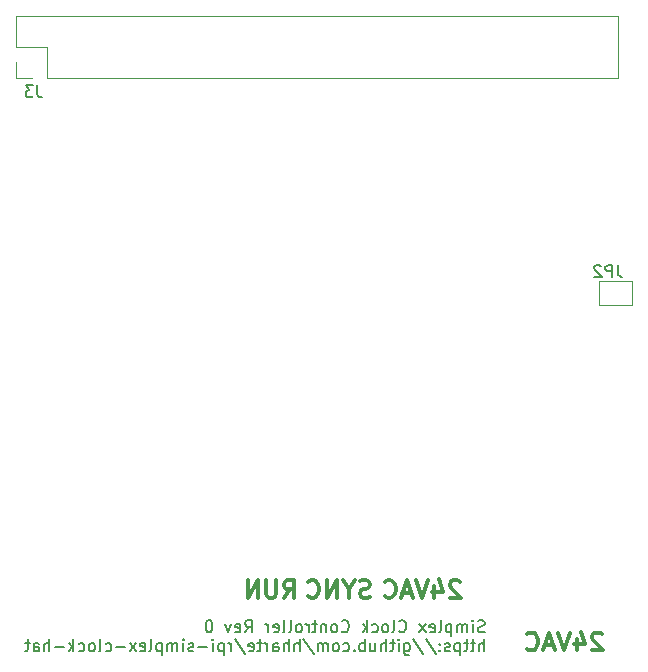
<source format=gbr>
G04 #@! TF.GenerationSoftware,KiCad,Pcbnew,7.0.10*
G04 #@! TF.CreationDate,2024-02-03T15:41:00-08:00*
G04 #@! TF.ProjectId,rpi-simplex-clock-hat,7270692d-7369-46d7-906c-65782d636c6f,0*
G04 #@! TF.SameCoordinates,Original*
G04 #@! TF.FileFunction,Legend,Bot*
G04 #@! TF.FilePolarity,Positive*
%FSLAX46Y46*%
G04 Gerber Fmt 4.6, Leading zero omitted, Abs format (unit mm)*
G04 Created by KiCad (PCBNEW 7.0.10) date 2024-02-03 15:41:00*
%MOMM*%
%LPD*%
G01*
G04 APERTURE LIST*
%ADD10C,0.300000*%
%ADD11C,0.150000*%
%ADD12C,0.120000*%
G04 APERTURE END LIST*
D10*
X136981917Y-94014400D02*
X136767632Y-94085828D01*
X136767632Y-94085828D02*
X136410489Y-94085828D01*
X136410489Y-94085828D02*
X136267632Y-94014400D01*
X136267632Y-94014400D02*
X136196203Y-93942971D01*
X136196203Y-93942971D02*
X136124774Y-93800114D01*
X136124774Y-93800114D02*
X136124774Y-93657257D01*
X136124774Y-93657257D02*
X136196203Y-93514400D01*
X136196203Y-93514400D02*
X136267632Y-93442971D01*
X136267632Y-93442971D02*
X136410489Y-93371542D01*
X136410489Y-93371542D02*
X136696203Y-93300114D01*
X136696203Y-93300114D02*
X136839060Y-93228685D01*
X136839060Y-93228685D02*
X136910489Y-93157257D01*
X136910489Y-93157257D02*
X136981917Y-93014400D01*
X136981917Y-93014400D02*
X136981917Y-92871542D01*
X136981917Y-92871542D02*
X136910489Y-92728685D01*
X136910489Y-92728685D02*
X136839060Y-92657257D01*
X136839060Y-92657257D02*
X136696203Y-92585828D01*
X136696203Y-92585828D02*
X136339060Y-92585828D01*
X136339060Y-92585828D02*
X136124774Y-92657257D01*
X135196203Y-93371542D02*
X135196203Y-94085828D01*
X135696203Y-92585828D02*
X135196203Y-93371542D01*
X135196203Y-93371542D02*
X134696203Y-92585828D01*
X134196204Y-94085828D02*
X134196204Y-92585828D01*
X134196204Y-92585828D02*
X133339061Y-94085828D01*
X133339061Y-94085828D02*
X133339061Y-92585828D01*
X131767632Y-93942971D02*
X131839060Y-94014400D01*
X131839060Y-94014400D02*
X132053346Y-94085828D01*
X132053346Y-94085828D02*
X132196203Y-94085828D01*
X132196203Y-94085828D02*
X132410489Y-94014400D01*
X132410489Y-94014400D02*
X132553346Y-93871542D01*
X132553346Y-93871542D02*
X132624775Y-93728685D01*
X132624775Y-93728685D02*
X132696203Y-93442971D01*
X132696203Y-93442971D02*
X132696203Y-93228685D01*
X132696203Y-93228685D02*
X132624775Y-92942971D01*
X132624775Y-92942971D02*
X132553346Y-92800114D01*
X132553346Y-92800114D02*
X132410489Y-92657257D01*
X132410489Y-92657257D02*
X132196203Y-92585828D01*
X132196203Y-92585828D02*
X132053346Y-92585828D01*
X132053346Y-92585828D02*
X131839060Y-92657257D01*
X131839060Y-92657257D02*
X131767632Y-92728685D01*
X156666917Y-97173685D02*
X156595489Y-97102257D01*
X156595489Y-97102257D02*
X156452632Y-97030828D01*
X156452632Y-97030828D02*
X156095489Y-97030828D01*
X156095489Y-97030828D02*
X155952632Y-97102257D01*
X155952632Y-97102257D02*
X155881203Y-97173685D01*
X155881203Y-97173685D02*
X155809774Y-97316542D01*
X155809774Y-97316542D02*
X155809774Y-97459400D01*
X155809774Y-97459400D02*
X155881203Y-97673685D01*
X155881203Y-97673685D02*
X156738346Y-98530828D01*
X156738346Y-98530828D02*
X155809774Y-98530828D01*
X154524061Y-97530828D02*
X154524061Y-98530828D01*
X154881203Y-96959400D02*
X155238346Y-98030828D01*
X155238346Y-98030828D02*
X154309775Y-98030828D01*
X153952632Y-97030828D02*
X153452632Y-98530828D01*
X153452632Y-98530828D02*
X152952632Y-97030828D01*
X152524061Y-98102257D02*
X151809776Y-98102257D01*
X152666918Y-98530828D02*
X152166918Y-97030828D01*
X152166918Y-97030828D02*
X151666918Y-98530828D01*
X150309776Y-98387971D02*
X150381204Y-98459400D01*
X150381204Y-98459400D02*
X150595490Y-98530828D01*
X150595490Y-98530828D02*
X150738347Y-98530828D01*
X150738347Y-98530828D02*
X150952633Y-98459400D01*
X150952633Y-98459400D02*
X151095490Y-98316542D01*
X151095490Y-98316542D02*
X151166919Y-98173685D01*
X151166919Y-98173685D02*
X151238347Y-97887971D01*
X151238347Y-97887971D02*
X151238347Y-97673685D01*
X151238347Y-97673685D02*
X151166919Y-97387971D01*
X151166919Y-97387971D02*
X151095490Y-97245114D01*
X151095490Y-97245114D02*
X150952633Y-97102257D01*
X150952633Y-97102257D02*
X150738347Y-97030828D01*
X150738347Y-97030828D02*
X150595490Y-97030828D01*
X150595490Y-97030828D02*
X150381204Y-97102257D01*
X150381204Y-97102257D02*
X150309776Y-97173685D01*
X144601917Y-92728685D02*
X144530489Y-92657257D01*
X144530489Y-92657257D02*
X144387632Y-92585828D01*
X144387632Y-92585828D02*
X144030489Y-92585828D01*
X144030489Y-92585828D02*
X143887632Y-92657257D01*
X143887632Y-92657257D02*
X143816203Y-92728685D01*
X143816203Y-92728685D02*
X143744774Y-92871542D01*
X143744774Y-92871542D02*
X143744774Y-93014400D01*
X143744774Y-93014400D02*
X143816203Y-93228685D01*
X143816203Y-93228685D02*
X144673346Y-94085828D01*
X144673346Y-94085828D02*
X143744774Y-94085828D01*
X142459061Y-93085828D02*
X142459061Y-94085828D01*
X142816203Y-92514400D02*
X143173346Y-93585828D01*
X143173346Y-93585828D02*
X142244775Y-93585828D01*
X141887632Y-92585828D02*
X141387632Y-94085828D01*
X141387632Y-94085828D02*
X140887632Y-92585828D01*
X140459061Y-93657257D02*
X139744776Y-93657257D01*
X140601918Y-94085828D02*
X140101918Y-92585828D01*
X140101918Y-92585828D02*
X139601918Y-94085828D01*
X138244776Y-93942971D02*
X138316204Y-94014400D01*
X138316204Y-94014400D02*
X138530490Y-94085828D01*
X138530490Y-94085828D02*
X138673347Y-94085828D01*
X138673347Y-94085828D02*
X138887633Y-94014400D01*
X138887633Y-94014400D02*
X139030490Y-93871542D01*
X139030490Y-93871542D02*
X139101919Y-93728685D01*
X139101919Y-93728685D02*
X139173347Y-93442971D01*
X139173347Y-93442971D02*
X139173347Y-93228685D01*
X139173347Y-93228685D02*
X139101919Y-92942971D01*
X139101919Y-92942971D02*
X139030490Y-92800114D01*
X139030490Y-92800114D02*
X138887633Y-92657257D01*
X138887633Y-92657257D02*
X138673347Y-92585828D01*
X138673347Y-92585828D02*
X138530490Y-92585828D01*
X138530490Y-92585828D02*
X138316204Y-92657257D01*
X138316204Y-92657257D02*
X138244776Y-92728685D01*
D11*
X146700839Y-96942200D02*
X146557982Y-96989819D01*
X146557982Y-96989819D02*
X146319887Y-96989819D01*
X146319887Y-96989819D02*
X146224649Y-96942200D01*
X146224649Y-96942200D02*
X146177030Y-96894580D01*
X146177030Y-96894580D02*
X146129411Y-96799342D01*
X146129411Y-96799342D02*
X146129411Y-96704104D01*
X146129411Y-96704104D02*
X146177030Y-96608866D01*
X146177030Y-96608866D02*
X146224649Y-96561247D01*
X146224649Y-96561247D02*
X146319887Y-96513628D01*
X146319887Y-96513628D02*
X146510363Y-96466009D01*
X146510363Y-96466009D02*
X146605601Y-96418390D01*
X146605601Y-96418390D02*
X146653220Y-96370771D01*
X146653220Y-96370771D02*
X146700839Y-96275533D01*
X146700839Y-96275533D02*
X146700839Y-96180295D01*
X146700839Y-96180295D02*
X146653220Y-96085057D01*
X146653220Y-96085057D02*
X146605601Y-96037438D01*
X146605601Y-96037438D02*
X146510363Y-95989819D01*
X146510363Y-95989819D02*
X146272268Y-95989819D01*
X146272268Y-95989819D02*
X146129411Y-96037438D01*
X145700839Y-96989819D02*
X145700839Y-96323152D01*
X145700839Y-95989819D02*
X145748458Y-96037438D01*
X145748458Y-96037438D02*
X145700839Y-96085057D01*
X145700839Y-96085057D02*
X145653220Y-96037438D01*
X145653220Y-96037438D02*
X145700839Y-95989819D01*
X145700839Y-95989819D02*
X145700839Y-96085057D01*
X145224649Y-96989819D02*
X145224649Y-96323152D01*
X145224649Y-96418390D02*
X145177030Y-96370771D01*
X145177030Y-96370771D02*
X145081792Y-96323152D01*
X145081792Y-96323152D02*
X144938935Y-96323152D01*
X144938935Y-96323152D02*
X144843697Y-96370771D01*
X144843697Y-96370771D02*
X144796078Y-96466009D01*
X144796078Y-96466009D02*
X144796078Y-96989819D01*
X144796078Y-96466009D02*
X144748459Y-96370771D01*
X144748459Y-96370771D02*
X144653221Y-96323152D01*
X144653221Y-96323152D02*
X144510364Y-96323152D01*
X144510364Y-96323152D02*
X144415125Y-96370771D01*
X144415125Y-96370771D02*
X144367506Y-96466009D01*
X144367506Y-96466009D02*
X144367506Y-96989819D01*
X143891316Y-96323152D02*
X143891316Y-97323152D01*
X143891316Y-96370771D02*
X143796078Y-96323152D01*
X143796078Y-96323152D02*
X143605602Y-96323152D01*
X143605602Y-96323152D02*
X143510364Y-96370771D01*
X143510364Y-96370771D02*
X143462745Y-96418390D01*
X143462745Y-96418390D02*
X143415126Y-96513628D01*
X143415126Y-96513628D02*
X143415126Y-96799342D01*
X143415126Y-96799342D02*
X143462745Y-96894580D01*
X143462745Y-96894580D02*
X143510364Y-96942200D01*
X143510364Y-96942200D02*
X143605602Y-96989819D01*
X143605602Y-96989819D02*
X143796078Y-96989819D01*
X143796078Y-96989819D02*
X143891316Y-96942200D01*
X142843697Y-96989819D02*
X142938935Y-96942200D01*
X142938935Y-96942200D02*
X142986554Y-96846961D01*
X142986554Y-96846961D02*
X142986554Y-95989819D01*
X142081792Y-96942200D02*
X142177030Y-96989819D01*
X142177030Y-96989819D02*
X142367506Y-96989819D01*
X142367506Y-96989819D02*
X142462744Y-96942200D01*
X142462744Y-96942200D02*
X142510363Y-96846961D01*
X142510363Y-96846961D02*
X142510363Y-96466009D01*
X142510363Y-96466009D02*
X142462744Y-96370771D01*
X142462744Y-96370771D02*
X142367506Y-96323152D01*
X142367506Y-96323152D02*
X142177030Y-96323152D01*
X142177030Y-96323152D02*
X142081792Y-96370771D01*
X142081792Y-96370771D02*
X142034173Y-96466009D01*
X142034173Y-96466009D02*
X142034173Y-96561247D01*
X142034173Y-96561247D02*
X142510363Y-96656485D01*
X141700839Y-96989819D02*
X141177030Y-96323152D01*
X141700839Y-96323152D02*
X141177030Y-96989819D01*
X139462744Y-96894580D02*
X139510363Y-96942200D01*
X139510363Y-96942200D02*
X139653220Y-96989819D01*
X139653220Y-96989819D02*
X139748458Y-96989819D01*
X139748458Y-96989819D02*
X139891315Y-96942200D01*
X139891315Y-96942200D02*
X139986553Y-96846961D01*
X139986553Y-96846961D02*
X140034172Y-96751723D01*
X140034172Y-96751723D02*
X140081791Y-96561247D01*
X140081791Y-96561247D02*
X140081791Y-96418390D01*
X140081791Y-96418390D02*
X140034172Y-96227914D01*
X140034172Y-96227914D02*
X139986553Y-96132676D01*
X139986553Y-96132676D02*
X139891315Y-96037438D01*
X139891315Y-96037438D02*
X139748458Y-95989819D01*
X139748458Y-95989819D02*
X139653220Y-95989819D01*
X139653220Y-95989819D02*
X139510363Y-96037438D01*
X139510363Y-96037438D02*
X139462744Y-96085057D01*
X138891315Y-96989819D02*
X138986553Y-96942200D01*
X138986553Y-96942200D02*
X139034172Y-96846961D01*
X139034172Y-96846961D02*
X139034172Y-95989819D01*
X138367505Y-96989819D02*
X138462743Y-96942200D01*
X138462743Y-96942200D02*
X138510362Y-96894580D01*
X138510362Y-96894580D02*
X138557981Y-96799342D01*
X138557981Y-96799342D02*
X138557981Y-96513628D01*
X138557981Y-96513628D02*
X138510362Y-96418390D01*
X138510362Y-96418390D02*
X138462743Y-96370771D01*
X138462743Y-96370771D02*
X138367505Y-96323152D01*
X138367505Y-96323152D02*
X138224648Y-96323152D01*
X138224648Y-96323152D02*
X138129410Y-96370771D01*
X138129410Y-96370771D02*
X138081791Y-96418390D01*
X138081791Y-96418390D02*
X138034172Y-96513628D01*
X138034172Y-96513628D02*
X138034172Y-96799342D01*
X138034172Y-96799342D02*
X138081791Y-96894580D01*
X138081791Y-96894580D02*
X138129410Y-96942200D01*
X138129410Y-96942200D02*
X138224648Y-96989819D01*
X138224648Y-96989819D02*
X138367505Y-96989819D01*
X137177029Y-96942200D02*
X137272267Y-96989819D01*
X137272267Y-96989819D02*
X137462743Y-96989819D01*
X137462743Y-96989819D02*
X137557981Y-96942200D01*
X137557981Y-96942200D02*
X137605600Y-96894580D01*
X137605600Y-96894580D02*
X137653219Y-96799342D01*
X137653219Y-96799342D02*
X137653219Y-96513628D01*
X137653219Y-96513628D02*
X137605600Y-96418390D01*
X137605600Y-96418390D02*
X137557981Y-96370771D01*
X137557981Y-96370771D02*
X137462743Y-96323152D01*
X137462743Y-96323152D02*
X137272267Y-96323152D01*
X137272267Y-96323152D02*
X137177029Y-96370771D01*
X136748457Y-96989819D02*
X136748457Y-95989819D01*
X136653219Y-96608866D02*
X136367505Y-96989819D01*
X136367505Y-96323152D02*
X136748457Y-96704104D01*
X134605600Y-96894580D02*
X134653219Y-96942200D01*
X134653219Y-96942200D02*
X134796076Y-96989819D01*
X134796076Y-96989819D02*
X134891314Y-96989819D01*
X134891314Y-96989819D02*
X135034171Y-96942200D01*
X135034171Y-96942200D02*
X135129409Y-96846961D01*
X135129409Y-96846961D02*
X135177028Y-96751723D01*
X135177028Y-96751723D02*
X135224647Y-96561247D01*
X135224647Y-96561247D02*
X135224647Y-96418390D01*
X135224647Y-96418390D02*
X135177028Y-96227914D01*
X135177028Y-96227914D02*
X135129409Y-96132676D01*
X135129409Y-96132676D02*
X135034171Y-96037438D01*
X135034171Y-96037438D02*
X134891314Y-95989819D01*
X134891314Y-95989819D02*
X134796076Y-95989819D01*
X134796076Y-95989819D02*
X134653219Y-96037438D01*
X134653219Y-96037438D02*
X134605600Y-96085057D01*
X134034171Y-96989819D02*
X134129409Y-96942200D01*
X134129409Y-96942200D02*
X134177028Y-96894580D01*
X134177028Y-96894580D02*
X134224647Y-96799342D01*
X134224647Y-96799342D02*
X134224647Y-96513628D01*
X134224647Y-96513628D02*
X134177028Y-96418390D01*
X134177028Y-96418390D02*
X134129409Y-96370771D01*
X134129409Y-96370771D02*
X134034171Y-96323152D01*
X134034171Y-96323152D02*
X133891314Y-96323152D01*
X133891314Y-96323152D02*
X133796076Y-96370771D01*
X133796076Y-96370771D02*
X133748457Y-96418390D01*
X133748457Y-96418390D02*
X133700838Y-96513628D01*
X133700838Y-96513628D02*
X133700838Y-96799342D01*
X133700838Y-96799342D02*
X133748457Y-96894580D01*
X133748457Y-96894580D02*
X133796076Y-96942200D01*
X133796076Y-96942200D02*
X133891314Y-96989819D01*
X133891314Y-96989819D02*
X134034171Y-96989819D01*
X133272266Y-96323152D02*
X133272266Y-96989819D01*
X133272266Y-96418390D02*
X133224647Y-96370771D01*
X133224647Y-96370771D02*
X133129409Y-96323152D01*
X133129409Y-96323152D02*
X132986552Y-96323152D01*
X132986552Y-96323152D02*
X132891314Y-96370771D01*
X132891314Y-96370771D02*
X132843695Y-96466009D01*
X132843695Y-96466009D02*
X132843695Y-96989819D01*
X132510361Y-96323152D02*
X132129409Y-96323152D01*
X132367504Y-95989819D02*
X132367504Y-96846961D01*
X132367504Y-96846961D02*
X132319885Y-96942200D01*
X132319885Y-96942200D02*
X132224647Y-96989819D01*
X132224647Y-96989819D02*
X132129409Y-96989819D01*
X131796075Y-96989819D02*
X131796075Y-96323152D01*
X131796075Y-96513628D02*
X131748456Y-96418390D01*
X131748456Y-96418390D02*
X131700837Y-96370771D01*
X131700837Y-96370771D02*
X131605599Y-96323152D01*
X131605599Y-96323152D02*
X131510361Y-96323152D01*
X131034170Y-96989819D02*
X131129408Y-96942200D01*
X131129408Y-96942200D02*
X131177027Y-96894580D01*
X131177027Y-96894580D02*
X131224646Y-96799342D01*
X131224646Y-96799342D02*
X131224646Y-96513628D01*
X131224646Y-96513628D02*
X131177027Y-96418390D01*
X131177027Y-96418390D02*
X131129408Y-96370771D01*
X131129408Y-96370771D02*
X131034170Y-96323152D01*
X131034170Y-96323152D02*
X130891313Y-96323152D01*
X130891313Y-96323152D02*
X130796075Y-96370771D01*
X130796075Y-96370771D02*
X130748456Y-96418390D01*
X130748456Y-96418390D02*
X130700837Y-96513628D01*
X130700837Y-96513628D02*
X130700837Y-96799342D01*
X130700837Y-96799342D02*
X130748456Y-96894580D01*
X130748456Y-96894580D02*
X130796075Y-96942200D01*
X130796075Y-96942200D02*
X130891313Y-96989819D01*
X130891313Y-96989819D02*
X131034170Y-96989819D01*
X130129408Y-96989819D02*
X130224646Y-96942200D01*
X130224646Y-96942200D02*
X130272265Y-96846961D01*
X130272265Y-96846961D02*
X130272265Y-95989819D01*
X129605598Y-96989819D02*
X129700836Y-96942200D01*
X129700836Y-96942200D02*
X129748455Y-96846961D01*
X129748455Y-96846961D02*
X129748455Y-95989819D01*
X128843693Y-96942200D02*
X128938931Y-96989819D01*
X128938931Y-96989819D02*
X129129407Y-96989819D01*
X129129407Y-96989819D02*
X129224645Y-96942200D01*
X129224645Y-96942200D02*
X129272264Y-96846961D01*
X129272264Y-96846961D02*
X129272264Y-96466009D01*
X129272264Y-96466009D02*
X129224645Y-96370771D01*
X129224645Y-96370771D02*
X129129407Y-96323152D01*
X129129407Y-96323152D02*
X128938931Y-96323152D01*
X128938931Y-96323152D02*
X128843693Y-96370771D01*
X128843693Y-96370771D02*
X128796074Y-96466009D01*
X128796074Y-96466009D02*
X128796074Y-96561247D01*
X128796074Y-96561247D02*
X129272264Y-96656485D01*
X128367502Y-96989819D02*
X128367502Y-96323152D01*
X128367502Y-96513628D02*
X128319883Y-96418390D01*
X128319883Y-96418390D02*
X128272264Y-96370771D01*
X128272264Y-96370771D02*
X128177026Y-96323152D01*
X128177026Y-96323152D02*
X128081788Y-96323152D01*
X126415121Y-96989819D02*
X126748454Y-96513628D01*
X126986549Y-96989819D02*
X126986549Y-95989819D01*
X126986549Y-95989819D02*
X126605597Y-95989819D01*
X126605597Y-95989819D02*
X126510359Y-96037438D01*
X126510359Y-96037438D02*
X126462740Y-96085057D01*
X126462740Y-96085057D02*
X126415121Y-96180295D01*
X126415121Y-96180295D02*
X126415121Y-96323152D01*
X126415121Y-96323152D02*
X126462740Y-96418390D01*
X126462740Y-96418390D02*
X126510359Y-96466009D01*
X126510359Y-96466009D02*
X126605597Y-96513628D01*
X126605597Y-96513628D02*
X126986549Y-96513628D01*
X125605597Y-96942200D02*
X125700835Y-96989819D01*
X125700835Y-96989819D02*
X125891311Y-96989819D01*
X125891311Y-96989819D02*
X125986549Y-96942200D01*
X125986549Y-96942200D02*
X126034168Y-96846961D01*
X126034168Y-96846961D02*
X126034168Y-96466009D01*
X126034168Y-96466009D02*
X125986549Y-96370771D01*
X125986549Y-96370771D02*
X125891311Y-96323152D01*
X125891311Y-96323152D02*
X125700835Y-96323152D01*
X125700835Y-96323152D02*
X125605597Y-96370771D01*
X125605597Y-96370771D02*
X125557978Y-96466009D01*
X125557978Y-96466009D02*
X125557978Y-96561247D01*
X125557978Y-96561247D02*
X126034168Y-96656485D01*
X125224644Y-96323152D02*
X124986549Y-96989819D01*
X124986549Y-96989819D02*
X124748454Y-96323152D01*
X123415120Y-95989819D02*
X123319882Y-95989819D01*
X123319882Y-95989819D02*
X123224644Y-96037438D01*
X123224644Y-96037438D02*
X123177025Y-96085057D01*
X123177025Y-96085057D02*
X123129406Y-96180295D01*
X123129406Y-96180295D02*
X123081787Y-96370771D01*
X123081787Y-96370771D02*
X123081787Y-96608866D01*
X123081787Y-96608866D02*
X123129406Y-96799342D01*
X123129406Y-96799342D02*
X123177025Y-96894580D01*
X123177025Y-96894580D02*
X123224644Y-96942200D01*
X123224644Y-96942200D02*
X123319882Y-96989819D01*
X123319882Y-96989819D02*
X123415120Y-96989819D01*
X123415120Y-96989819D02*
X123510358Y-96942200D01*
X123510358Y-96942200D02*
X123557977Y-96894580D01*
X123557977Y-96894580D02*
X123605596Y-96799342D01*
X123605596Y-96799342D02*
X123653215Y-96608866D01*
X123653215Y-96608866D02*
X123653215Y-96370771D01*
X123653215Y-96370771D02*
X123605596Y-96180295D01*
X123605596Y-96180295D02*
X123557977Y-96085057D01*
X123557977Y-96085057D02*
X123510358Y-96037438D01*
X123510358Y-96037438D02*
X123415120Y-95989819D01*
X146653220Y-98599819D02*
X146653220Y-97599819D01*
X146224649Y-98599819D02*
X146224649Y-98076009D01*
X146224649Y-98076009D02*
X146272268Y-97980771D01*
X146272268Y-97980771D02*
X146367506Y-97933152D01*
X146367506Y-97933152D02*
X146510363Y-97933152D01*
X146510363Y-97933152D02*
X146605601Y-97980771D01*
X146605601Y-97980771D02*
X146653220Y-98028390D01*
X145891315Y-97933152D02*
X145510363Y-97933152D01*
X145748458Y-97599819D02*
X145748458Y-98456961D01*
X145748458Y-98456961D02*
X145700839Y-98552200D01*
X145700839Y-98552200D02*
X145605601Y-98599819D01*
X145605601Y-98599819D02*
X145510363Y-98599819D01*
X145319886Y-97933152D02*
X144938934Y-97933152D01*
X145177029Y-97599819D02*
X145177029Y-98456961D01*
X145177029Y-98456961D02*
X145129410Y-98552200D01*
X145129410Y-98552200D02*
X145034172Y-98599819D01*
X145034172Y-98599819D02*
X144938934Y-98599819D01*
X144605600Y-97933152D02*
X144605600Y-98933152D01*
X144605600Y-97980771D02*
X144510362Y-97933152D01*
X144510362Y-97933152D02*
X144319886Y-97933152D01*
X144319886Y-97933152D02*
X144224648Y-97980771D01*
X144224648Y-97980771D02*
X144177029Y-98028390D01*
X144177029Y-98028390D02*
X144129410Y-98123628D01*
X144129410Y-98123628D02*
X144129410Y-98409342D01*
X144129410Y-98409342D02*
X144177029Y-98504580D01*
X144177029Y-98504580D02*
X144224648Y-98552200D01*
X144224648Y-98552200D02*
X144319886Y-98599819D01*
X144319886Y-98599819D02*
X144510362Y-98599819D01*
X144510362Y-98599819D02*
X144605600Y-98552200D01*
X143748457Y-98552200D02*
X143653219Y-98599819D01*
X143653219Y-98599819D02*
X143462743Y-98599819D01*
X143462743Y-98599819D02*
X143367505Y-98552200D01*
X143367505Y-98552200D02*
X143319886Y-98456961D01*
X143319886Y-98456961D02*
X143319886Y-98409342D01*
X143319886Y-98409342D02*
X143367505Y-98314104D01*
X143367505Y-98314104D02*
X143462743Y-98266485D01*
X143462743Y-98266485D02*
X143605600Y-98266485D01*
X143605600Y-98266485D02*
X143700838Y-98218866D01*
X143700838Y-98218866D02*
X143748457Y-98123628D01*
X143748457Y-98123628D02*
X143748457Y-98076009D01*
X143748457Y-98076009D02*
X143700838Y-97980771D01*
X143700838Y-97980771D02*
X143605600Y-97933152D01*
X143605600Y-97933152D02*
X143462743Y-97933152D01*
X143462743Y-97933152D02*
X143367505Y-97980771D01*
X142891314Y-98504580D02*
X142843695Y-98552200D01*
X142843695Y-98552200D02*
X142891314Y-98599819D01*
X142891314Y-98599819D02*
X142938933Y-98552200D01*
X142938933Y-98552200D02*
X142891314Y-98504580D01*
X142891314Y-98504580D02*
X142891314Y-98599819D01*
X142891314Y-97980771D02*
X142843695Y-98028390D01*
X142843695Y-98028390D02*
X142891314Y-98076009D01*
X142891314Y-98076009D02*
X142938933Y-98028390D01*
X142938933Y-98028390D02*
X142891314Y-97980771D01*
X142891314Y-97980771D02*
X142891314Y-98076009D01*
X141700839Y-97552200D02*
X142557981Y-98837914D01*
X140653220Y-97552200D02*
X141510362Y-98837914D01*
X139891315Y-97933152D02*
X139891315Y-98742676D01*
X139891315Y-98742676D02*
X139938934Y-98837914D01*
X139938934Y-98837914D02*
X139986553Y-98885533D01*
X139986553Y-98885533D02*
X140081791Y-98933152D01*
X140081791Y-98933152D02*
X140224648Y-98933152D01*
X140224648Y-98933152D02*
X140319886Y-98885533D01*
X139891315Y-98552200D02*
X139986553Y-98599819D01*
X139986553Y-98599819D02*
X140177029Y-98599819D01*
X140177029Y-98599819D02*
X140272267Y-98552200D01*
X140272267Y-98552200D02*
X140319886Y-98504580D01*
X140319886Y-98504580D02*
X140367505Y-98409342D01*
X140367505Y-98409342D02*
X140367505Y-98123628D01*
X140367505Y-98123628D02*
X140319886Y-98028390D01*
X140319886Y-98028390D02*
X140272267Y-97980771D01*
X140272267Y-97980771D02*
X140177029Y-97933152D01*
X140177029Y-97933152D02*
X139986553Y-97933152D01*
X139986553Y-97933152D02*
X139891315Y-97980771D01*
X139415124Y-98599819D02*
X139415124Y-97933152D01*
X139415124Y-97599819D02*
X139462743Y-97647438D01*
X139462743Y-97647438D02*
X139415124Y-97695057D01*
X139415124Y-97695057D02*
X139367505Y-97647438D01*
X139367505Y-97647438D02*
X139415124Y-97599819D01*
X139415124Y-97599819D02*
X139415124Y-97695057D01*
X139081791Y-97933152D02*
X138700839Y-97933152D01*
X138938934Y-97599819D02*
X138938934Y-98456961D01*
X138938934Y-98456961D02*
X138891315Y-98552200D01*
X138891315Y-98552200D02*
X138796077Y-98599819D01*
X138796077Y-98599819D02*
X138700839Y-98599819D01*
X138367505Y-98599819D02*
X138367505Y-97599819D01*
X137938934Y-98599819D02*
X137938934Y-98076009D01*
X137938934Y-98076009D02*
X137986553Y-97980771D01*
X137986553Y-97980771D02*
X138081791Y-97933152D01*
X138081791Y-97933152D02*
X138224648Y-97933152D01*
X138224648Y-97933152D02*
X138319886Y-97980771D01*
X138319886Y-97980771D02*
X138367505Y-98028390D01*
X137034172Y-97933152D02*
X137034172Y-98599819D01*
X137462743Y-97933152D02*
X137462743Y-98456961D01*
X137462743Y-98456961D02*
X137415124Y-98552200D01*
X137415124Y-98552200D02*
X137319886Y-98599819D01*
X137319886Y-98599819D02*
X137177029Y-98599819D01*
X137177029Y-98599819D02*
X137081791Y-98552200D01*
X137081791Y-98552200D02*
X137034172Y-98504580D01*
X136557981Y-98599819D02*
X136557981Y-97599819D01*
X136557981Y-97980771D02*
X136462743Y-97933152D01*
X136462743Y-97933152D02*
X136272267Y-97933152D01*
X136272267Y-97933152D02*
X136177029Y-97980771D01*
X136177029Y-97980771D02*
X136129410Y-98028390D01*
X136129410Y-98028390D02*
X136081791Y-98123628D01*
X136081791Y-98123628D02*
X136081791Y-98409342D01*
X136081791Y-98409342D02*
X136129410Y-98504580D01*
X136129410Y-98504580D02*
X136177029Y-98552200D01*
X136177029Y-98552200D02*
X136272267Y-98599819D01*
X136272267Y-98599819D02*
X136462743Y-98599819D01*
X136462743Y-98599819D02*
X136557981Y-98552200D01*
X135653219Y-98504580D02*
X135605600Y-98552200D01*
X135605600Y-98552200D02*
X135653219Y-98599819D01*
X135653219Y-98599819D02*
X135700838Y-98552200D01*
X135700838Y-98552200D02*
X135653219Y-98504580D01*
X135653219Y-98504580D02*
X135653219Y-98599819D01*
X134748458Y-98552200D02*
X134843696Y-98599819D01*
X134843696Y-98599819D02*
X135034172Y-98599819D01*
X135034172Y-98599819D02*
X135129410Y-98552200D01*
X135129410Y-98552200D02*
X135177029Y-98504580D01*
X135177029Y-98504580D02*
X135224648Y-98409342D01*
X135224648Y-98409342D02*
X135224648Y-98123628D01*
X135224648Y-98123628D02*
X135177029Y-98028390D01*
X135177029Y-98028390D02*
X135129410Y-97980771D01*
X135129410Y-97980771D02*
X135034172Y-97933152D01*
X135034172Y-97933152D02*
X134843696Y-97933152D01*
X134843696Y-97933152D02*
X134748458Y-97980771D01*
X134177029Y-98599819D02*
X134272267Y-98552200D01*
X134272267Y-98552200D02*
X134319886Y-98504580D01*
X134319886Y-98504580D02*
X134367505Y-98409342D01*
X134367505Y-98409342D02*
X134367505Y-98123628D01*
X134367505Y-98123628D02*
X134319886Y-98028390D01*
X134319886Y-98028390D02*
X134272267Y-97980771D01*
X134272267Y-97980771D02*
X134177029Y-97933152D01*
X134177029Y-97933152D02*
X134034172Y-97933152D01*
X134034172Y-97933152D02*
X133938934Y-97980771D01*
X133938934Y-97980771D02*
X133891315Y-98028390D01*
X133891315Y-98028390D02*
X133843696Y-98123628D01*
X133843696Y-98123628D02*
X133843696Y-98409342D01*
X133843696Y-98409342D02*
X133891315Y-98504580D01*
X133891315Y-98504580D02*
X133938934Y-98552200D01*
X133938934Y-98552200D02*
X134034172Y-98599819D01*
X134034172Y-98599819D02*
X134177029Y-98599819D01*
X133415124Y-98599819D02*
X133415124Y-97933152D01*
X133415124Y-98028390D02*
X133367505Y-97980771D01*
X133367505Y-97980771D02*
X133272267Y-97933152D01*
X133272267Y-97933152D02*
X133129410Y-97933152D01*
X133129410Y-97933152D02*
X133034172Y-97980771D01*
X133034172Y-97980771D02*
X132986553Y-98076009D01*
X132986553Y-98076009D02*
X132986553Y-98599819D01*
X132986553Y-98076009D02*
X132938934Y-97980771D01*
X132938934Y-97980771D02*
X132843696Y-97933152D01*
X132843696Y-97933152D02*
X132700839Y-97933152D01*
X132700839Y-97933152D02*
X132605600Y-97980771D01*
X132605600Y-97980771D02*
X132557981Y-98076009D01*
X132557981Y-98076009D02*
X132557981Y-98599819D01*
X131367506Y-97552200D02*
X132224648Y-98837914D01*
X131034172Y-98599819D02*
X131034172Y-97599819D01*
X130605601Y-98599819D02*
X130605601Y-98076009D01*
X130605601Y-98076009D02*
X130653220Y-97980771D01*
X130653220Y-97980771D02*
X130748458Y-97933152D01*
X130748458Y-97933152D02*
X130891315Y-97933152D01*
X130891315Y-97933152D02*
X130986553Y-97980771D01*
X130986553Y-97980771D02*
X131034172Y-98028390D01*
X130129410Y-98599819D02*
X130129410Y-97599819D01*
X129700839Y-98599819D02*
X129700839Y-98076009D01*
X129700839Y-98076009D02*
X129748458Y-97980771D01*
X129748458Y-97980771D02*
X129843696Y-97933152D01*
X129843696Y-97933152D02*
X129986553Y-97933152D01*
X129986553Y-97933152D02*
X130081791Y-97980771D01*
X130081791Y-97980771D02*
X130129410Y-98028390D01*
X128796077Y-98599819D02*
X128796077Y-98076009D01*
X128796077Y-98076009D02*
X128843696Y-97980771D01*
X128843696Y-97980771D02*
X128938934Y-97933152D01*
X128938934Y-97933152D02*
X129129410Y-97933152D01*
X129129410Y-97933152D02*
X129224648Y-97980771D01*
X128796077Y-98552200D02*
X128891315Y-98599819D01*
X128891315Y-98599819D02*
X129129410Y-98599819D01*
X129129410Y-98599819D02*
X129224648Y-98552200D01*
X129224648Y-98552200D02*
X129272267Y-98456961D01*
X129272267Y-98456961D02*
X129272267Y-98361723D01*
X129272267Y-98361723D02*
X129224648Y-98266485D01*
X129224648Y-98266485D02*
X129129410Y-98218866D01*
X129129410Y-98218866D02*
X128891315Y-98218866D01*
X128891315Y-98218866D02*
X128796077Y-98171247D01*
X128319886Y-98599819D02*
X128319886Y-97933152D01*
X128319886Y-98123628D02*
X128272267Y-98028390D01*
X128272267Y-98028390D02*
X128224648Y-97980771D01*
X128224648Y-97980771D02*
X128129410Y-97933152D01*
X128129410Y-97933152D02*
X128034172Y-97933152D01*
X127843695Y-97933152D02*
X127462743Y-97933152D01*
X127700838Y-97599819D02*
X127700838Y-98456961D01*
X127700838Y-98456961D02*
X127653219Y-98552200D01*
X127653219Y-98552200D02*
X127557981Y-98599819D01*
X127557981Y-98599819D02*
X127462743Y-98599819D01*
X126748457Y-98552200D02*
X126843695Y-98599819D01*
X126843695Y-98599819D02*
X127034171Y-98599819D01*
X127034171Y-98599819D02*
X127129409Y-98552200D01*
X127129409Y-98552200D02*
X127177028Y-98456961D01*
X127177028Y-98456961D02*
X127177028Y-98076009D01*
X127177028Y-98076009D02*
X127129409Y-97980771D01*
X127129409Y-97980771D02*
X127034171Y-97933152D01*
X127034171Y-97933152D02*
X126843695Y-97933152D01*
X126843695Y-97933152D02*
X126748457Y-97980771D01*
X126748457Y-97980771D02*
X126700838Y-98076009D01*
X126700838Y-98076009D02*
X126700838Y-98171247D01*
X126700838Y-98171247D02*
X127177028Y-98266485D01*
X125557981Y-97552200D02*
X126415123Y-98837914D01*
X125224647Y-98599819D02*
X125224647Y-97933152D01*
X125224647Y-98123628D02*
X125177028Y-98028390D01*
X125177028Y-98028390D02*
X125129409Y-97980771D01*
X125129409Y-97980771D02*
X125034171Y-97933152D01*
X125034171Y-97933152D02*
X124938933Y-97933152D01*
X124605599Y-97933152D02*
X124605599Y-98933152D01*
X124605599Y-97980771D02*
X124510361Y-97933152D01*
X124510361Y-97933152D02*
X124319885Y-97933152D01*
X124319885Y-97933152D02*
X124224647Y-97980771D01*
X124224647Y-97980771D02*
X124177028Y-98028390D01*
X124177028Y-98028390D02*
X124129409Y-98123628D01*
X124129409Y-98123628D02*
X124129409Y-98409342D01*
X124129409Y-98409342D02*
X124177028Y-98504580D01*
X124177028Y-98504580D02*
X124224647Y-98552200D01*
X124224647Y-98552200D02*
X124319885Y-98599819D01*
X124319885Y-98599819D02*
X124510361Y-98599819D01*
X124510361Y-98599819D02*
X124605599Y-98552200D01*
X123700837Y-98599819D02*
X123700837Y-97933152D01*
X123700837Y-97599819D02*
X123748456Y-97647438D01*
X123748456Y-97647438D02*
X123700837Y-97695057D01*
X123700837Y-97695057D02*
X123653218Y-97647438D01*
X123653218Y-97647438D02*
X123700837Y-97599819D01*
X123700837Y-97599819D02*
X123700837Y-97695057D01*
X123224647Y-98218866D02*
X122462743Y-98218866D01*
X122034171Y-98552200D02*
X121938933Y-98599819D01*
X121938933Y-98599819D02*
X121748457Y-98599819D01*
X121748457Y-98599819D02*
X121653219Y-98552200D01*
X121653219Y-98552200D02*
X121605600Y-98456961D01*
X121605600Y-98456961D02*
X121605600Y-98409342D01*
X121605600Y-98409342D02*
X121653219Y-98314104D01*
X121653219Y-98314104D02*
X121748457Y-98266485D01*
X121748457Y-98266485D02*
X121891314Y-98266485D01*
X121891314Y-98266485D02*
X121986552Y-98218866D01*
X121986552Y-98218866D02*
X122034171Y-98123628D01*
X122034171Y-98123628D02*
X122034171Y-98076009D01*
X122034171Y-98076009D02*
X121986552Y-97980771D01*
X121986552Y-97980771D02*
X121891314Y-97933152D01*
X121891314Y-97933152D02*
X121748457Y-97933152D01*
X121748457Y-97933152D02*
X121653219Y-97980771D01*
X121177028Y-98599819D02*
X121177028Y-97933152D01*
X121177028Y-97599819D02*
X121224647Y-97647438D01*
X121224647Y-97647438D02*
X121177028Y-97695057D01*
X121177028Y-97695057D02*
X121129409Y-97647438D01*
X121129409Y-97647438D02*
X121177028Y-97599819D01*
X121177028Y-97599819D02*
X121177028Y-97695057D01*
X120700838Y-98599819D02*
X120700838Y-97933152D01*
X120700838Y-98028390D02*
X120653219Y-97980771D01*
X120653219Y-97980771D02*
X120557981Y-97933152D01*
X120557981Y-97933152D02*
X120415124Y-97933152D01*
X120415124Y-97933152D02*
X120319886Y-97980771D01*
X120319886Y-97980771D02*
X120272267Y-98076009D01*
X120272267Y-98076009D02*
X120272267Y-98599819D01*
X120272267Y-98076009D02*
X120224648Y-97980771D01*
X120224648Y-97980771D02*
X120129410Y-97933152D01*
X120129410Y-97933152D02*
X119986553Y-97933152D01*
X119986553Y-97933152D02*
X119891314Y-97980771D01*
X119891314Y-97980771D02*
X119843695Y-98076009D01*
X119843695Y-98076009D02*
X119843695Y-98599819D01*
X119367505Y-97933152D02*
X119367505Y-98933152D01*
X119367505Y-97980771D02*
X119272267Y-97933152D01*
X119272267Y-97933152D02*
X119081791Y-97933152D01*
X119081791Y-97933152D02*
X118986553Y-97980771D01*
X118986553Y-97980771D02*
X118938934Y-98028390D01*
X118938934Y-98028390D02*
X118891315Y-98123628D01*
X118891315Y-98123628D02*
X118891315Y-98409342D01*
X118891315Y-98409342D02*
X118938934Y-98504580D01*
X118938934Y-98504580D02*
X118986553Y-98552200D01*
X118986553Y-98552200D02*
X119081791Y-98599819D01*
X119081791Y-98599819D02*
X119272267Y-98599819D01*
X119272267Y-98599819D02*
X119367505Y-98552200D01*
X118319886Y-98599819D02*
X118415124Y-98552200D01*
X118415124Y-98552200D02*
X118462743Y-98456961D01*
X118462743Y-98456961D02*
X118462743Y-97599819D01*
X117557981Y-98552200D02*
X117653219Y-98599819D01*
X117653219Y-98599819D02*
X117843695Y-98599819D01*
X117843695Y-98599819D02*
X117938933Y-98552200D01*
X117938933Y-98552200D02*
X117986552Y-98456961D01*
X117986552Y-98456961D02*
X117986552Y-98076009D01*
X117986552Y-98076009D02*
X117938933Y-97980771D01*
X117938933Y-97980771D02*
X117843695Y-97933152D01*
X117843695Y-97933152D02*
X117653219Y-97933152D01*
X117653219Y-97933152D02*
X117557981Y-97980771D01*
X117557981Y-97980771D02*
X117510362Y-98076009D01*
X117510362Y-98076009D02*
X117510362Y-98171247D01*
X117510362Y-98171247D02*
X117986552Y-98266485D01*
X117177028Y-98599819D02*
X116653219Y-97933152D01*
X117177028Y-97933152D02*
X116653219Y-98599819D01*
X116272266Y-98218866D02*
X115510362Y-98218866D01*
X114605600Y-98552200D02*
X114700838Y-98599819D01*
X114700838Y-98599819D02*
X114891314Y-98599819D01*
X114891314Y-98599819D02*
X114986552Y-98552200D01*
X114986552Y-98552200D02*
X115034171Y-98504580D01*
X115034171Y-98504580D02*
X115081790Y-98409342D01*
X115081790Y-98409342D02*
X115081790Y-98123628D01*
X115081790Y-98123628D02*
X115034171Y-98028390D01*
X115034171Y-98028390D02*
X114986552Y-97980771D01*
X114986552Y-97980771D02*
X114891314Y-97933152D01*
X114891314Y-97933152D02*
X114700838Y-97933152D01*
X114700838Y-97933152D02*
X114605600Y-97980771D01*
X114034171Y-98599819D02*
X114129409Y-98552200D01*
X114129409Y-98552200D02*
X114177028Y-98456961D01*
X114177028Y-98456961D02*
X114177028Y-97599819D01*
X113510361Y-98599819D02*
X113605599Y-98552200D01*
X113605599Y-98552200D02*
X113653218Y-98504580D01*
X113653218Y-98504580D02*
X113700837Y-98409342D01*
X113700837Y-98409342D02*
X113700837Y-98123628D01*
X113700837Y-98123628D02*
X113653218Y-98028390D01*
X113653218Y-98028390D02*
X113605599Y-97980771D01*
X113605599Y-97980771D02*
X113510361Y-97933152D01*
X113510361Y-97933152D02*
X113367504Y-97933152D01*
X113367504Y-97933152D02*
X113272266Y-97980771D01*
X113272266Y-97980771D02*
X113224647Y-98028390D01*
X113224647Y-98028390D02*
X113177028Y-98123628D01*
X113177028Y-98123628D02*
X113177028Y-98409342D01*
X113177028Y-98409342D02*
X113224647Y-98504580D01*
X113224647Y-98504580D02*
X113272266Y-98552200D01*
X113272266Y-98552200D02*
X113367504Y-98599819D01*
X113367504Y-98599819D02*
X113510361Y-98599819D01*
X112319885Y-98552200D02*
X112415123Y-98599819D01*
X112415123Y-98599819D02*
X112605599Y-98599819D01*
X112605599Y-98599819D02*
X112700837Y-98552200D01*
X112700837Y-98552200D02*
X112748456Y-98504580D01*
X112748456Y-98504580D02*
X112796075Y-98409342D01*
X112796075Y-98409342D02*
X112796075Y-98123628D01*
X112796075Y-98123628D02*
X112748456Y-98028390D01*
X112748456Y-98028390D02*
X112700837Y-97980771D01*
X112700837Y-97980771D02*
X112605599Y-97933152D01*
X112605599Y-97933152D02*
X112415123Y-97933152D01*
X112415123Y-97933152D02*
X112319885Y-97980771D01*
X111891313Y-98599819D02*
X111891313Y-97599819D01*
X111796075Y-98218866D02*
X111510361Y-98599819D01*
X111510361Y-97933152D02*
X111891313Y-98314104D01*
X111081789Y-98218866D02*
X110319885Y-98218866D01*
X109843694Y-98599819D02*
X109843694Y-97599819D01*
X109415123Y-98599819D02*
X109415123Y-98076009D01*
X109415123Y-98076009D02*
X109462742Y-97980771D01*
X109462742Y-97980771D02*
X109557980Y-97933152D01*
X109557980Y-97933152D02*
X109700837Y-97933152D01*
X109700837Y-97933152D02*
X109796075Y-97980771D01*
X109796075Y-97980771D02*
X109843694Y-98028390D01*
X108510361Y-98599819D02*
X108510361Y-98076009D01*
X108510361Y-98076009D02*
X108557980Y-97980771D01*
X108557980Y-97980771D02*
X108653218Y-97933152D01*
X108653218Y-97933152D02*
X108843694Y-97933152D01*
X108843694Y-97933152D02*
X108938932Y-97980771D01*
X108510361Y-98552200D02*
X108605599Y-98599819D01*
X108605599Y-98599819D02*
X108843694Y-98599819D01*
X108843694Y-98599819D02*
X108938932Y-98552200D01*
X108938932Y-98552200D02*
X108986551Y-98456961D01*
X108986551Y-98456961D02*
X108986551Y-98361723D01*
X108986551Y-98361723D02*
X108938932Y-98266485D01*
X108938932Y-98266485D02*
X108843694Y-98218866D01*
X108843694Y-98218866D02*
X108605599Y-98218866D01*
X108605599Y-98218866D02*
X108510361Y-98171247D01*
X108177027Y-97933152D02*
X107796075Y-97933152D01*
X108034170Y-97599819D02*
X108034170Y-98456961D01*
X108034170Y-98456961D02*
X107986551Y-98552200D01*
X107986551Y-98552200D02*
X107891313Y-98599819D01*
X107891313Y-98599819D02*
X107796075Y-98599819D01*
D10*
X129703346Y-94085828D02*
X130203346Y-93371542D01*
X130560489Y-94085828D02*
X130560489Y-92585828D01*
X130560489Y-92585828D02*
X129989060Y-92585828D01*
X129989060Y-92585828D02*
X129846203Y-92657257D01*
X129846203Y-92657257D02*
X129774774Y-92728685D01*
X129774774Y-92728685D02*
X129703346Y-92871542D01*
X129703346Y-92871542D02*
X129703346Y-93085828D01*
X129703346Y-93085828D02*
X129774774Y-93228685D01*
X129774774Y-93228685D02*
X129846203Y-93300114D01*
X129846203Y-93300114D02*
X129989060Y-93371542D01*
X129989060Y-93371542D02*
X130560489Y-93371542D01*
X129060489Y-92585828D02*
X129060489Y-93800114D01*
X129060489Y-93800114D02*
X128989060Y-93942971D01*
X128989060Y-93942971D02*
X128917632Y-94014400D01*
X128917632Y-94014400D02*
X128774774Y-94085828D01*
X128774774Y-94085828D02*
X128489060Y-94085828D01*
X128489060Y-94085828D02*
X128346203Y-94014400D01*
X128346203Y-94014400D02*
X128274774Y-93942971D01*
X128274774Y-93942971D02*
X128203346Y-93800114D01*
X128203346Y-93800114D02*
X128203346Y-92585828D01*
X127489060Y-94085828D02*
X127489060Y-92585828D01*
X127489060Y-92585828D02*
X126631917Y-94085828D01*
X126631917Y-94085828D02*
X126631917Y-92585828D01*
D11*
X108833333Y-50704819D02*
X108833333Y-51419104D01*
X108833333Y-51419104D02*
X108880952Y-51561961D01*
X108880952Y-51561961D02*
X108976190Y-51657200D01*
X108976190Y-51657200D02*
X109119047Y-51704819D01*
X109119047Y-51704819D02*
X109214285Y-51704819D01*
X108452380Y-50704819D02*
X107833333Y-50704819D01*
X107833333Y-50704819D02*
X108166666Y-51085771D01*
X108166666Y-51085771D02*
X108023809Y-51085771D01*
X108023809Y-51085771D02*
X107928571Y-51133390D01*
X107928571Y-51133390D02*
X107880952Y-51181009D01*
X107880952Y-51181009D02*
X107833333Y-51276247D01*
X107833333Y-51276247D02*
X107833333Y-51514342D01*
X107833333Y-51514342D02*
X107880952Y-51609580D01*
X107880952Y-51609580D02*
X107928571Y-51657200D01*
X107928571Y-51657200D02*
X108023809Y-51704819D01*
X108023809Y-51704819D02*
X108309523Y-51704819D01*
X108309523Y-51704819D02*
X108404761Y-51657200D01*
X108404761Y-51657200D02*
X108452380Y-51609580D01*
X157983333Y-65904819D02*
X157983333Y-66619104D01*
X157983333Y-66619104D02*
X158030952Y-66761961D01*
X158030952Y-66761961D02*
X158126190Y-66857200D01*
X158126190Y-66857200D02*
X158269047Y-66904819D01*
X158269047Y-66904819D02*
X158364285Y-66904819D01*
X157507142Y-66904819D02*
X157507142Y-65904819D01*
X157507142Y-65904819D02*
X157126190Y-65904819D01*
X157126190Y-65904819D02*
X157030952Y-65952438D01*
X157030952Y-65952438D02*
X156983333Y-66000057D01*
X156983333Y-66000057D02*
X156935714Y-66095295D01*
X156935714Y-66095295D02*
X156935714Y-66238152D01*
X156935714Y-66238152D02*
X156983333Y-66333390D01*
X156983333Y-66333390D02*
X157030952Y-66381009D01*
X157030952Y-66381009D02*
X157126190Y-66428628D01*
X157126190Y-66428628D02*
X157507142Y-66428628D01*
X156554761Y-66000057D02*
X156507142Y-65952438D01*
X156507142Y-65952438D02*
X156411904Y-65904819D01*
X156411904Y-65904819D02*
X156173809Y-65904819D01*
X156173809Y-65904819D02*
X156078571Y-65952438D01*
X156078571Y-65952438D02*
X156030952Y-66000057D01*
X156030952Y-66000057D02*
X155983333Y-66095295D01*
X155983333Y-66095295D02*
X155983333Y-66190533D01*
X155983333Y-66190533D02*
X156030952Y-66333390D01*
X156030952Y-66333390D02*
X156602380Y-66904819D01*
X156602380Y-66904819D02*
X155983333Y-66904819D01*
D12*
X157960000Y-44850000D02*
X157960000Y-50050000D01*
X107040000Y-44850000D02*
X157960000Y-44850000D01*
X107040000Y-44850000D02*
X107040000Y-47450000D01*
X109640000Y-47450000D02*
X109640000Y-50050000D01*
X107040000Y-47450000D02*
X109640000Y-47450000D01*
X107040000Y-48720000D02*
X107040000Y-50050000D01*
X109640000Y-50050000D02*
X157960000Y-50050000D01*
X107040000Y-50050000D02*
X108370000Y-50050000D01*
X159170000Y-69250000D02*
X159170000Y-67250000D01*
X159170000Y-67250000D02*
X156370000Y-67250000D01*
X156370000Y-69250000D02*
X159170000Y-69250000D01*
X156370000Y-67250000D02*
X156370000Y-69250000D01*
M02*

</source>
